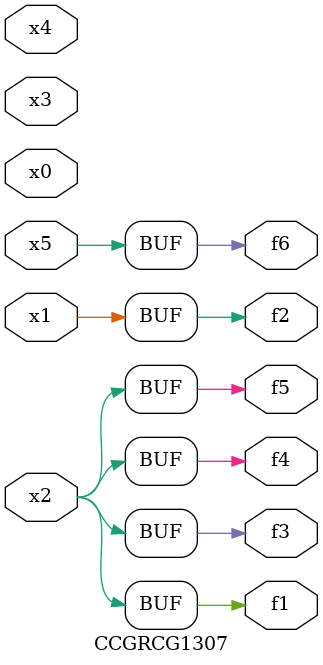
<source format=v>
module CCGRCG1307(
	input x0, x1, x2, x3, x4, x5,
	output f1, f2, f3, f4, f5, f6
);
	assign f1 = x2;
	assign f2 = x1;
	assign f3 = x2;
	assign f4 = x2;
	assign f5 = x2;
	assign f6 = x5;
endmodule

</source>
